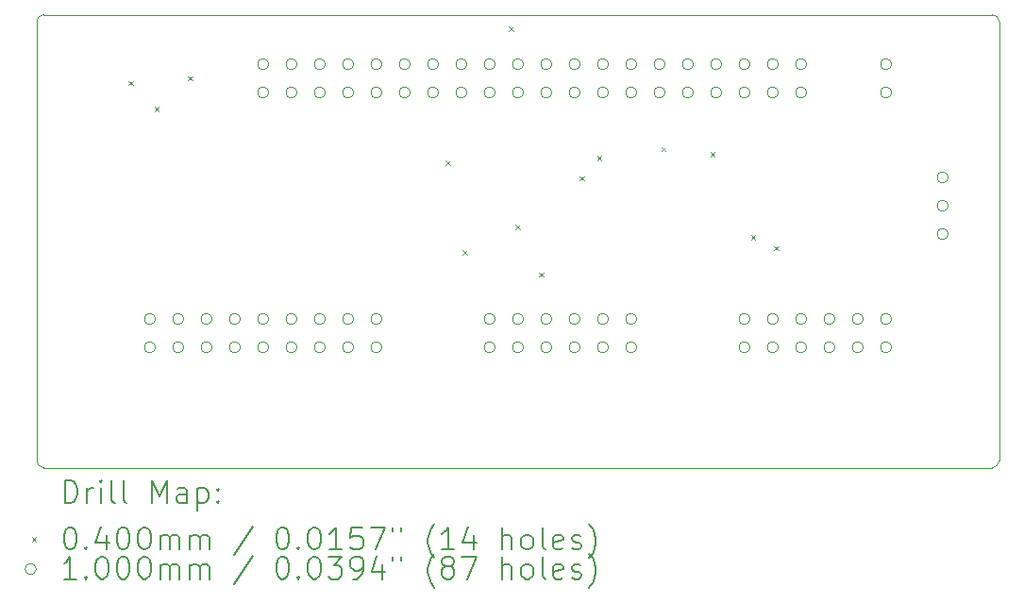
<source format=gbr>
%TF.GenerationSoftware,KiCad,Pcbnew,6.0.9-8da3e8f707~116~ubuntu20.04.1*%
%TF.CreationDate,2023-03-05T21:16:27+01:00*%
%TF.ProjectId,pi4_pmod,7069345f-706d-46f6-942e-6b696361645f,rev?*%
%TF.SameCoordinates,Original*%
%TF.FileFunction,Drillmap*%
%TF.FilePolarity,Positive*%
%FSLAX45Y45*%
G04 Gerber Fmt 4.5, Leading zero omitted, Abs format (unit mm)*
G04 Created by KiCad (PCBNEW 6.0.9-8da3e8f707~116~ubuntu20.04.1) date 2023-03-05 21:16:27*
%MOMM*%
%LPD*%
G01*
G04 APERTURE LIST*
%ADD10C,0.100000*%
%ADD11C,0.200000*%
%ADD12C,0.040000*%
G04 APERTURE END LIST*
D10*
X18288000Y-4191000D02*
G75*
G03*
X18224500Y-4127500I-63500J0D01*
G01*
X9715500Y-4127500D02*
G75*
G03*
X9652000Y-4191000I0J-63500D01*
G01*
X9715500Y-8191500D02*
X18224500Y-8191500D01*
X9652000Y-8128000D02*
G75*
G03*
X9715500Y-8191500I63500J0D01*
G01*
X18224500Y-8191500D02*
G75*
G03*
X18288000Y-8128000I0J63500D01*
G01*
X18288000Y-8128000D02*
X18288000Y-4191000D01*
X18224500Y-4127500D02*
X9715500Y-4127500D01*
X9652000Y-8128000D02*
X9652000Y-4191000D01*
D11*
D12*
X10472920Y-4720890D02*
X10512920Y-4760890D01*
X10512920Y-4720890D02*
X10472920Y-4760890D01*
X10708860Y-4952240D02*
X10748860Y-4992240D01*
X10748860Y-4952240D02*
X10708860Y-4992240D01*
X11010240Y-4679000D02*
X11050240Y-4719000D01*
X11050240Y-4679000D02*
X11010240Y-4719000D01*
X13322850Y-5435690D02*
X13362850Y-5475690D01*
X13362850Y-5435690D02*
X13322850Y-5475690D01*
X13470920Y-6239420D02*
X13510920Y-6279420D01*
X13510920Y-6239420D02*
X13470920Y-6279420D01*
X13886500Y-4234500D02*
X13926500Y-4274500D01*
X13926500Y-4234500D02*
X13886500Y-4274500D01*
X13950000Y-6012500D02*
X13990000Y-6052500D01*
X13990000Y-6012500D02*
X13950000Y-6052500D01*
X14158870Y-6440210D02*
X14198870Y-6480210D01*
X14198870Y-6440210D02*
X14158870Y-6480210D01*
X14523770Y-5575650D02*
X14563770Y-5615650D01*
X14563770Y-5575650D02*
X14523770Y-5615650D01*
X14680260Y-5393820D02*
X14720260Y-5433820D01*
X14720260Y-5393820D02*
X14680260Y-5433820D01*
X15254480Y-5313190D02*
X15294480Y-5353190D01*
X15294480Y-5313190D02*
X15254480Y-5353190D01*
X15694840Y-5361360D02*
X15734840Y-5401360D01*
X15734840Y-5361360D02*
X15694840Y-5401360D01*
X16060560Y-6104960D02*
X16100560Y-6144960D01*
X16100560Y-6104960D02*
X16060560Y-6144960D01*
X16264540Y-6201920D02*
X16304540Y-6241920D01*
X16304540Y-6201920D02*
X16264540Y-6241920D01*
D10*
X10718000Y-6858000D02*
G75*
G03*
X10718000Y-6858000I-50000J0D01*
G01*
X10718000Y-7112000D02*
G75*
G03*
X10718000Y-7112000I-50000J0D01*
G01*
X10972000Y-6858000D02*
G75*
G03*
X10972000Y-6858000I-50000J0D01*
G01*
X10972000Y-7112000D02*
G75*
G03*
X10972000Y-7112000I-50000J0D01*
G01*
X11226000Y-6858000D02*
G75*
G03*
X11226000Y-6858000I-50000J0D01*
G01*
X11226000Y-7112000D02*
G75*
G03*
X11226000Y-7112000I-50000J0D01*
G01*
X11480000Y-6858000D02*
G75*
G03*
X11480000Y-6858000I-50000J0D01*
G01*
X11480000Y-7112000D02*
G75*
G03*
X11480000Y-7112000I-50000J0D01*
G01*
X11734000Y-4572000D02*
G75*
G03*
X11734000Y-4572000I-50000J0D01*
G01*
X11734000Y-4826000D02*
G75*
G03*
X11734000Y-4826000I-50000J0D01*
G01*
X11734000Y-6858000D02*
G75*
G03*
X11734000Y-6858000I-50000J0D01*
G01*
X11734000Y-7112000D02*
G75*
G03*
X11734000Y-7112000I-50000J0D01*
G01*
X11988000Y-4572000D02*
G75*
G03*
X11988000Y-4572000I-50000J0D01*
G01*
X11988000Y-4826000D02*
G75*
G03*
X11988000Y-4826000I-50000J0D01*
G01*
X11988000Y-6858000D02*
G75*
G03*
X11988000Y-6858000I-50000J0D01*
G01*
X11988000Y-7112000D02*
G75*
G03*
X11988000Y-7112000I-50000J0D01*
G01*
X12242000Y-4572000D02*
G75*
G03*
X12242000Y-4572000I-50000J0D01*
G01*
X12242000Y-4826000D02*
G75*
G03*
X12242000Y-4826000I-50000J0D01*
G01*
X12242000Y-6858000D02*
G75*
G03*
X12242000Y-6858000I-50000J0D01*
G01*
X12242000Y-7112000D02*
G75*
G03*
X12242000Y-7112000I-50000J0D01*
G01*
X12496000Y-4572000D02*
G75*
G03*
X12496000Y-4572000I-50000J0D01*
G01*
X12496000Y-4826000D02*
G75*
G03*
X12496000Y-4826000I-50000J0D01*
G01*
X12496000Y-6858000D02*
G75*
G03*
X12496000Y-6858000I-50000J0D01*
G01*
X12496000Y-7112000D02*
G75*
G03*
X12496000Y-7112000I-50000J0D01*
G01*
X12750000Y-4572000D02*
G75*
G03*
X12750000Y-4572000I-50000J0D01*
G01*
X12750000Y-4826000D02*
G75*
G03*
X12750000Y-4826000I-50000J0D01*
G01*
X12750000Y-6858000D02*
G75*
G03*
X12750000Y-6858000I-50000J0D01*
G01*
X12750000Y-7112000D02*
G75*
G03*
X12750000Y-7112000I-50000J0D01*
G01*
X13004000Y-4572000D02*
G75*
G03*
X13004000Y-4572000I-50000J0D01*
G01*
X13004000Y-4826000D02*
G75*
G03*
X13004000Y-4826000I-50000J0D01*
G01*
X13258000Y-4572000D02*
G75*
G03*
X13258000Y-4572000I-50000J0D01*
G01*
X13258000Y-4826000D02*
G75*
G03*
X13258000Y-4826000I-50000J0D01*
G01*
X13512000Y-4572000D02*
G75*
G03*
X13512000Y-4572000I-50000J0D01*
G01*
X13512000Y-4826000D02*
G75*
G03*
X13512000Y-4826000I-50000J0D01*
G01*
X13766000Y-4572000D02*
G75*
G03*
X13766000Y-4572000I-50000J0D01*
G01*
X13766000Y-4826000D02*
G75*
G03*
X13766000Y-4826000I-50000J0D01*
G01*
X13766000Y-6858000D02*
G75*
G03*
X13766000Y-6858000I-50000J0D01*
G01*
X13766000Y-7112000D02*
G75*
G03*
X13766000Y-7112000I-50000J0D01*
G01*
X14020000Y-4572000D02*
G75*
G03*
X14020000Y-4572000I-50000J0D01*
G01*
X14020000Y-4826000D02*
G75*
G03*
X14020000Y-4826000I-50000J0D01*
G01*
X14020000Y-6858000D02*
G75*
G03*
X14020000Y-6858000I-50000J0D01*
G01*
X14020000Y-7112000D02*
G75*
G03*
X14020000Y-7112000I-50000J0D01*
G01*
X14274000Y-4572000D02*
G75*
G03*
X14274000Y-4572000I-50000J0D01*
G01*
X14274000Y-4826000D02*
G75*
G03*
X14274000Y-4826000I-50000J0D01*
G01*
X14274000Y-6858000D02*
G75*
G03*
X14274000Y-6858000I-50000J0D01*
G01*
X14274000Y-7112000D02*
G75*
G03*
X14274000Y-7112000I-50000J0D01*
G01*
X14528000Y-4572000D02*
G75*
G03*
X14528000Y-4572000I-50000J0D01*
G01*
X14528000Y-4826000D02*
G75*
G03*
X14528000Y-4826000I-50000J0D01*
G01*
X14528000Y-6858000D02*
G75*
G03*
X14528000Y-6858000I-50000J0D01*
G01*
X14528000Y-7112000D02*
G75*
G03*
X14528000Y-7112000I-50000J0D01*
G01*
X14782000Y-4572000D02*
G75*
G03*
X14782000Y-4572000I-50000J0D01*
G01*
X14782000Y-4826000D02*
G75*
G03*
X14782000Y-4826000I-50000J0D01*
G01*
X14782000Y-6858000D02*
G75*
G03*
X14782000Y-6858000I-50000J0D01*
G01*
X14782000Y-7112000D02*
G75*
G03*
X14782000Y-7112000I-50000J0D01*
G01*
X15036000Y-4572000D02*
G75*
G03*
X15036000Y-4572000I-50000J0D01*
G01*
X15036000Y-4826000D02*
G75*
G03*
X15036000Y-4826000I-50000J0D01*
G01*
X15036000Y-6858000D02*
G75*
G03*
X15036000Y-6858000I-50000J0D01*
G01*
X15036000Y-7112000D02*
G75*
G03*
X15036000Y-7112000I-50000J0D01*
G01*
X15290000Y-4572000D02*
G75*
G03*
X15290000Y-4572000I-50000J0D01*
G01*
X15290000Y-4826000D02*
G75*
G03*
X15290000Y-4826000I-50000J0D01*
G01*
X15544000Y-4572000D02*
G75*
G03*
X15544000Y-4572000I-50000J0D01*
G01*
X15544000Y-4826000D02*
G75*
G03*
X15544000Y-4826000I-50000J0D01*
G01*
X15798000Y-4572000D02*
G75*
G03*
X15798000Y-4572000I-50000J0D01*
G01*
X15798000Y-4826000D02*
G75*
G03*
X15798000Y-4826000I-50000J0D01*
G01*
X16052000Y-4572000D02*
G75*
G03*
X16052000Y-4572000I-50000J0D01*
G01*
X16052000Y-4826000D02*
G75*
G03*
X16052000Y-4826000I-50000J0D01*
G01*
X16052000Y-6858000D02*
G75*
G03*
X16052000Y-6858000I-50000J0D01*
G01*
X16052000Y-7112000D02*
G75*
G03*
X16052000Y-7112000I-50000J0D01*
G01*
X16306000Y-4572000D02*
G75*
G03*
X16306000Y-4572000I-50000J0D01*
G01*
X16306000Y-4826000D02*
G75*
G03*
X16306000Y-4826000I-50000J0D01*
G01*
X16306000Y-6858000D02*
G75*
G03*
X16306000Y-6858000I-50000J0D01*
G01*
X16306000Y-7112000D02*
G75*
G03*
X16306000Y-7112000I-50000J0D01*
G01*
X16560000Y-4572000D02*
G75*
G03*
X16560000Y-4572000I-50000J0D01*
G01*
X16560000Y-4826000D02*
G75*
G03*
X16560000Y-4826000I-50000J0D01*
G01*
X16560000Y-6858000D02*
G75*
G03*
X16560000Y-6858000I-50000J0D01*
G01*
X16560000Y-7112000D02*
G75*
G03*
X16560000Y-7112000I-50000J0D01*
G01*
X16814000Y-6858000D02*
G75*
G03*
X16814000Y-6858000I-50000J0D01*
G01*
X16814000Y-7112000D02*
G75*
G03*
X16814000Y-7112000I-50000J0D01*
G01*
X17068000Y-6858000D02*
G75*
G03*
X17068000Y-6858000I-50000J0D01*
G01*
X17068000Y-7112000D02*
G75*
G03*
X17068000Y-7112000I-50000J0D01*
G01*
X17322000Y-4572000D02*
G75*
G03*
X17322000Y-4572000I-50000J0D01*
G01*
X17322000Y-4826000D02*
G75*
G03*
X17322000Y-4826000I-50000J0D01*
G01*
X17322000Y-6858000D02*
G75*
G03*
X17322000Y-6858000I-50000J0D01*
G01*
X17322000Y-7112000D02*
G75*
G03*
X17322000Y-7112000I-50000J0D01*
G01*
X17830000Y-5588000D02*
G75*
G03*
X17830000Y-5588000I-50000J0D01*
G01*
X17830000Y-5842000D02*
G75*
G03*
X17830000Y-5842000I-50000J0D01*
G01*
X17830000Y-6096000D02*
G75*
G03*
X17830000Y-6096000I-50000J0D01*
G01*
D11*
X9904619Y-8506976D02*
X9904619Y-8306976D01*
X9952238Y-8306976D01*
X9980810Y-8316500D01*
X9999857Y-8335548D01*
X10009381Y-8354595D01*
X10018905Y-8392690D01*
X10018905Y-8421262D01*
X10009381Y-8459357D01*
X9999857Y-8478405D01*
X9980810Y-8497452D01*
X9952238Y-8506976D01*
X9904619Y-8506976D01*
X10104619Y-8506976D02*
X10104619Y-8373643D01*
X10104619Y-8411738D02*
X10114143Y-8392690D01*
X10123667Y-8383167D01*
X10142714Y-8373643D01*
X10161762Y-8373643D01*
X10228429Y-8506976D02*
X10228429Y-8373643D01*
X10228429Y-8306976D02*
X10218905Y-8316500D01*
X10228429Y-8326024D01*
X10237952Y-8316500D01*
X10228429Y-8306976D01*
X10228429Y-8326024D01*
X10352238Y-8506976D02*
X10333190Y-8497452D01*
X10323667Y-8478405D01*
X10323667Y-8306976D01*
X10457000Y-8506976D02*
X10437952Y-8497452D01*
X10428429Y-8478405D01*
X10428429Y-8306976D01*
X10685571Y-8506976D02*
X10685571Y-8306976D01*
X10752238Y-8449833D01*
X10818905Y-8306976D01*
X10818905Y-8506976D01*
X10999857Y-8506976D02*
X10999857Y-8402214D01*
X10990333Y-8383167D01*
X10971286Y-8373643D01*
X10933190Y-8373643D01*
X10914143Y-8383167D01*
X10999857Y-8497452D02*
X10980810Y-8506976D01*
X10933190Y-8506976D01*
X10914143Y-8497452D01*
X10904619Y-8478405D01*
X10904619Y-8459357D01*
X10914143Y-8440310D01*
X10933190Y-8430786D01*
X10980810Y-8430786D01*
X10999857Y-8421262D01*
X11095095Y-8373643D02*
X11095095Y-8573643D01*
X11095095Y-8383167D02*
X11114143Y-8373643D01*
X11152238Y-8373643D01*
X11171286Y-8383167D01*
X11180810Y-8392690D01*
X11190333Y-8411738D01*
X11190333Y-8468881D01*
X11180810Y-8487929D01*
X11171286Y-8497452D01*
X11152238Y-8506976D01*
X11114143Y-8506976D01*
X11095095Y-8497452D01*
X11276048Y-8487929D02*
X11285571Y-8497452D01*
X11276048Y-8506976D01*
X11266524Y-8497452D01*
X11276048Y-8487929D01*
X11276048Y-8506976D01*
X11276048Y-8383167D02*
X11285571Y-8392690D01*
X11276048Y-8402214D01*
X11266524Y-8392690D01*
X11276048Y-8383167D01*
X11276048Y-8402214D01*
D12*
X9607000Y-8816500D02*
X9647000Y-8856500D01*
X9647000Y-8816500D02*
X9607000Y-8856500D01*
D11*
X9942714Y-8726976D02*
X9961762Y-8726976D01*
X9980810Y-8736500D01*
X9990333Y-8746024D01*
X9999857Y-8765071D01*
X10009381Y-8803167D01*
X10009381Y-8850786D01*
X9999857Y-8888881D01*
X9990333Y-8907929D01*
X9980810Y-8917452D01*
X9961762Y-8926976D01*
X9942714Y-8926976D01*
X9923667Y-8917452D01*
X9914143Y-8907929D01*
X9904619Y-8888881D01*
X9895095Y-8850786D01*
X9895095Y-8803167D01*
X9904619Y-8765071D01*
X9914143Y-8746024D01*
X9923667Y-8736500D01*
X9942714Y-8726976D01*
X10095095Y-8907929D02*
X10104619Y-8917452D01*
X10095095Y-8926976D01*
X10085571Y-8917452D01*
X10095095Y-8907929D01*
X10095095Y-8926976D01*
X10276048Y-8793643D02*
X10276048Y-8926976D01*
X10228429Y-8717452D02*
X10180810Y-8860310D01*
X10304619Y-8860310D01*
X10418905Y-8726976D02*
X10437952Y-8726976D01*
X10457000Y-8736500D01*
X10466524Y-8746024D01*
X10476048Y-8765071D01*
X10485571Y-8803167D01*
X10485571Y-8850786D01*
X10476048Y-8888881D01*
X10466524Y-8907929D01*
X10457000Y-8917452D01*
X10437952Y-8926976D01*
X10418905Y-8926976D01*
X10399857Y-8917452D01*
X10390333Y-8907929D01*
X10380810Y-8888881D01*
X10371286Y-8850786D01*
X10371286Y-8803167D01*
X10380810Y-8765071D01*
X10390333Y-8746024D01*
X10399857Y-8736500D01*
X10418905Y-8726976D01*
X10609381Y-8726976D02*
X10628429Y-8726976D01*
X10647476Y-8736500D01*
X10657000Y-8746024D01*
X10666524Y-8765071D01*
X10676048Y-8803167D01*
X10676048Y-8850786D01*
X10666524Y-8888881D01*
X10657000Y-8907929D01*
X10647476Y-8917452D01*
X10628429Y-8926976D01*
X10609381Y-8926976D01*
X10590333Y-8917452D01*
X10580810Y-8907929D01*
X10571286Y-8888881D01*
X10561762Y-8850786D01*
X10561762Y-8803167D01*
X10571286Y-8765071D01*
X10580810Y-8746024D01*
X10590333Y-8736500D01*
X10609381Y-8726976D01*
X10761762Y-8926976D02*
X10761762Y-8793643D01*
X10761762Y-8812690D02*
X10771286Y-8803167D01*
X10790333Y-8793643D01*
X10818905Y-8793643D01*
X10837952Y-8803167D01*
X10847476Y-8822214D01*
X10847476Y-8926976D01*
X10847476Y-8822214D02*
X10857000Y-8803167D01*
X10876048Y-8793643D01*
X10904619Y-8793643D01*
X10923667Y-8803167D01*
X10933190Y-8822214D01*
X10933190Y-8926976D01*
X11028429Y-8926976D02*
X11028429Y-8793643D01*
X11028429Y-8812690D02*
X11037952Y-8803167D01*
X11057000Y-8793643D01*
X11085571Y-8793643D01*
X11104619Y-8803167D01*
X11114143Y-8822214D01*
X11114143Y-8926976D01*
X11114143Y-8822214D02*
X11123667Y-8803167D01*
X11142714Y-8793643D01*
X11171286Y-8793643D01*
X11190333Y-8803167D01*
X11199857Y-8822214D01*
X11199857Y-8926976D01*
X11590333Y-8717452D02*
X11418905Y-8974595D01*
X11847476Y-8726976D02*
X11866524Y-8726976D01*
X11885571Y-8736500D01*
X11895095Y-8746024D01*
X11904619Y-8765071D01*
X11914143Y-8803167D01*
X11914143Y-8850786D01*
X11904619Y-8888881D01*
X11895095Y-8907929D01*
X11885571Y-8917452D01*
X11866524Y-8926976D01*
X11847476Y-8926976D01*
X11828428Y-8917452D01*
X11818905Y-8907929D01*
X11809381Y-8888881D01*
X11799857Y-8850786D01*
X11799857Y-8803167D01*
X11809381Y-8765071D01*
X11818905Y-8746024D01*
X11828428Y-8736500D01*
X11847476Y-8726976D01*
X11999857Y-8907929D02*
X12009381Y-8917452D01*
X11999857Y-8926976D01*
X11990333Y-8917452D01*
X11999857Y-8907929D01*
X11999857Y-8926976D01*
X12133190Y-8726976D02*
X12152238Y-8726976D01*
X12171286Y-8736500D01*
X12180809Y-8746024D01*
X12190333Y-8765071D01*
X12199857Y-8803167D01*
X12199857Y-8850786D01*
X12190333Y-8888881D01*
X12180809Y-8907929D01*
X12171286Y-8917452D01*
X12152238Y-8926976D01*
X12133190Y-8926976D01*
X12114143Y-8917452D01*
X12104619Y-8907929D01*
X12095095Y-8888881D01*
X12085571Y-8850786D01*
X12085571Y-8803167D01*
X12095095Y-8765071D01*
X12104619Y-8746024D01*
X12114143Y-8736500D01*
X12133190Y-8726976D01*
X12390333Y-8926976D02*
X12276048Y-8926976D01*
X12333190Y-8926976D02*
X12333190Y-8726976D01*
X12314143Y-8755548D01*
X12295095Y-8774595D01*
X12276048Y-8784119D01*
X12571286Y-8726976D02*
X12476048Y-8726976D01*
X12466524Y-8822214D01*
X12476048Y-8812690D01*
X12495095Y-8803167D01*
X12542714Y-8803167D01*
X12561762Y-8812690D01*
X12571286Y-8822214D01*
X12580809Y-8841262D01*
X12580809Y-8888881D01*
X12571286Y-8907929D01*
X12561762Y-8917452D01*
X12542714Y-8926976D01*
X12495095Y-8926976D01*
X12476048Y-8917452D01*
X12466524Y-8907929D01*
X12647476Y-8726976D02*
X12780809Y-8726976D01*
X12695095Y-8926976D01*
X12847476Y-8726976D02*
X12847476Y-8765071D01*
X12923667Y-8726976D02*
X12923667Y-8765071D01*
X13218905Y-9003167D02*
X13209381Y-8993643D01*
X13190333Y-8965071D01*
X13180809Y-8946024D01*
X13171286Y-8917452D01*
X13161762Y-8869833D01*
X13161762Y-8831738D01*
X13171286Y-8784119D01*
X13180809Y-8755548D01*
X13190333Y-8736500D01*
X13209381Y-8707929D01*
X13218905Y-8698405D01*
X13399857Y-8926976D02*
X13285571Y-8926976D01*
X13342714Y-8926976D02*
X13342714Y-8726976D01*
X13323667Y-8755548D01*
X13304619Y-8774595D01*
X13285571Y-8784119D01*
X13571286Y-8793643D02*
X13571286Y-8926976D01*
X13523667Y-8717452D02*
X13476048Y-8860310D01*
X13599857Y-8860310D01*
X13828428Y-8926976D02*
X13828428Y-8726976D01*
X13914143Y-8926976D02*
X13914143Y-8822214D01*
X13904619Y-8803167D01*
X13885571Y-8793643D01*
X13857000Y-8793643D01*
X13837952Y-8803167D01*
X13828428Y-8812690D01*
X14037952Y-8926976D02*
X14018905Y-8917452D01*
X14009381Y-8907929D01*
X13999857Y-8888881D01*
X13999857Y-8831738D01*
X14009381Y-8812690D01*
X14018905Y-8803167D01*
X14037952Y-8793643D01*
X14066524Y-8793643D01*
X14085571Y-8803167D01*
X14095095Y-8812690D01*
X14104619Y-8831738D01*
X14104619Y-8888881D01*
X14095095Y-8907929D01*
X14085571Y-8917452D01*
X14066524Y-8926976D01*
X14037952Y-8926976D01*
X14218905Y-8926976D02*
X14199857Y-8917452D01*
X14190333Y-8898405D01*
X14190333Y-8726976D01*
X14371286Y-8917452D02*
X14352238Y-8926976D01*
X14314143Y-8926976D01*
X14295095Y-8917452D01*
X14285571Y-8898405D01*
X14285571Y-8822214D01*
X14295095Y-8803167D01*
X14314143Y-8793643D01*
X14352238Y-8793643D01*
X14371286Y-8803167D01*
X14380809Y-8822214D01*
X14380809Y-8841262D01*
X14285571Y-8860310D01*
X14457000Y-8917452D02*
X14476048Y-8926976D01*
X14514143Y-8926976D01*
X14533190Y-8917452D01*
X14542714Y-8898405D01*
X14542714Y-8888881D01*
X14533190Y-8869833D01*
X14514143Y-8860310D01*
X14485571Y-8860310D01*
X14466524Y-8850786D01*
X14457000Y-8831738D01*
X14457000Y-8822214D01*
X14466524Y-8803167D01*
X14485571Y-8793643D01*
X14514143Y-8793643D01*
X14533190Y-8803167D01*
X14609381Y-9003167D02*
X14618905Y-8993643D01*
X14637952Y-8965071D01*
X14647476Y-8946024D01*
X14657000Y-8917452D01*
X14666524Y-8869833D01*
X14666524Y-8831738D01*
X14657000Y-8784119D01*
X14647476Y-8755548D01*
X14637952Y-8736500D01*
X14618905Y-8707929D01*
X14609381Y-8698405D01*
D10*
X9647000Y-9100500D02*
G75*
G03*
X9647000Y-9100500I-50000J0D01*
G01*
D11*
X10009381Y-9190976D02*
X9895095Y-9190976D01*
X9952238Y-9190976D02*
X9952238Y-8990976D01*
X9933190Y-9019548D01*
X9914143Y-9038595D01*
X9895095Y-9048119D01*
X10095095Y-9171929D02*
X10104619Y-9181452D01*
X10095095Y-9190976D01*
X10085571Y-9181452D01*
X10095095Y-9171929D01*
X10095095Y-9190976D01*
X10228429Y-8990976D02*
X10247476Y-8990976D01*
X10266524Y-9000500D01*
X10276048Y-9010024D01*
X10285571Y-9029071D01*
X10295095Y-9067167D01*
X10295095Y-9114786D01*
X10285571Y-9152881D01*
X10276048Y-9171929D01*
X10266524Y-9181452D01*
X10247476Y-9190976D01*
X10228429Y-9190976D01*
X10209381Y-9181452D01*
X10199857Y-9171929D01*
X10190333Y-9152881D01*
X10180810Y-9114786D01*
X10180810Y-9067167D01*
X10190333Y-9029071D01*
X10199857Y-9010024D01*
X10209381Y-9000500D01*
X10228429Y-8990976D01*
X10418905Y-8990976D02*
X10437952Y-8990976D01*
X10457000Y-9000500D01*
X10466524Y-9010024D01*
X10476048Y-9029071D01*
X10485571Y-9067167D01*
X10485571Y-9114786D01*
X10476048Y-9152881D01*
X10466524Y-9171929D01*
X10457000Y-9181452D01*
X10437952Y-9190976D01*
X10418905Y-9190976D01*
X10399857Y-9181452D01*
X10390333Y-9171929D01*
X10380810Y-9152881D01*
X10371286Y-9114786D01*
X10371286Y-9067167D01*
X10380810Y-9029071D01*
X10390333Y-9010024D01*
X10399857Y-9000500D01*
X10418905Y-8990976D01*
X10609381Y-8990976D02*
X10628429Y-8990976D01*
X10647476Y-9000500D01*
X10657000Y-9010024D01*
X10666524Y-9029071D01*
X10676048Y-9067167D01*
X10676048Y-9114786D01*
X10666524Y-9152881D01*
X10657000Y-9171929D01*
X10647476Y-9181452D01*
X10628429Y-9190976D01*
X10609381Y-9190976D01*
X10590333Y-9181452D01*
X10580810Y-9171929D01*
X10571286Y-9152881D01*
X10561762Y-9114786D01*
X10561762Y-9067167D01*
X10571286Y-9029071D01*
X10580810Y-9010024D01*
X10590333Y-9000500D01*
X10609381Y-8990976D01*
X10761762Y-9190976D02*
X10761762Y-9057643D01*
X10761762Y-9076690D02*
X10771286Y-9067167D01*
X10790333Y-9057643D01*
X10818905Y-9057643D01*
X10837952Y-9067167D01*
X10847476Y-9086214D01*
X10847476Y-9190976D01*
X10847476Y-9086214D02*
X10857000Y-9067167D01*
X10876048Y-9057643D01*
X10904619Y-9057643D01*
X10923667Y-9067167D01*
X10933190Y-9086214D01*
X10933190Y-9190976D01*
X11028429Y-9190976D02*
X11028429Y-9057643D01*
X11028429Y-9076690D02*
X11037952Y-9067167D01*
X11057000Y-9057643D01*
X11085571Y-9057643D01*
X11104619Y-9067167D01*
X11114143Y-9086214D01*
X11114143Y-9190976D01*
X11114143Y-9086214D02*
X11123667Y-9067167D01*
X11142714Y-9057643D01*
X11171286Y-9057643D01*
X11190333Y-9067167D01*
X11199857Y-9086214D01*
X11199857Y-9190976D01*
X11590333Y-8981452D02*
X11418905Y-9238595D01*
X11847476Y-8990976D02*
X11866524Y-8990976D01*
X11885571Y-9000500D01*
X11895095Y-9010024D01*
X11904619Y-9029071D01*
X11914143Y-9067167D01*
X11914143Y-9114786D01*
X11904619Y-9152881D01*
X11895095Y-9171929D01*
X11885571Y-9181452D01*
X11866524Y-9190976D01*
X11847476Y-9190976D01*
X11828428Y-9181452D01*
X11818905Y-9171929D01*
X11809381Y-9152881D01*
X11799857Y-9114786D01*
X11799857Y-9067167D01*
X11809381Y-9029071D01*
X11818905Y-9010024D01*
X11828428Y-9000500D01*
X11847476Y-8990976D01*
X11999857Y-9171929D02*
X12009381Y-9181452D01*
X11999857Y-9190976D01*
X11990333Y-9181452D01*
X11999857Y-9171929D01*
X11999857Y-9190976D01*
X12133190Y-8990976D02*
X12152238Y-8990976D01*
X12171286Y-9000500D01*
X12180809Y-9010024D01*
X12190333Y-9029071D01*
X12199857Y-9067167D01*
X12199857Y-9114786D01*
X12190333Y-9152881D01*
X12180809Y-9171929D01*
X12171286Y-9181452D01*
X12152238Y-9190976D01*
X12133190Y-9190976D01*
X12114143Y-9181452D01*
X12104619Y-9171929D01*
X12095095Y-9152881D01*
X12085571Y-9114786D01*
X12085571Y-9067167D01*
X12095095Y-9029071D01*
X12104619Y-9010024D01*
X12114143Y-9000500D01*
X12133190Y-8990976D01*
X12266524Y-8990976D02*
X12390333Y-8990976D01*
X12323667Y-9067167D01*
X12352238Y-9067167D01*
X12371286Y-9076690D01*
X12380809Y-9086214D01*
X12390333Y-9105262D01*
X12390333Y-9152881D01*
X12380809Y-9171929D01*
X12371286Y-9181452D01*
X12352238Y-9190976D01*
X12295095Y-9190976D01*
X12276048Y-9181452D01*
X12266524Y-9171929D01*
X12485571Y-9190976D02*
X12523667Y-9190976D01*
X12542714Y-9181452D01*
X12552238Y-9171929D01*
X12571286Y-9143357D01*
X12580809Y-9105262D01*
X12580809Y-9029071D01*
X12571286Y-9010024D01*
X12561762Y-9000500D01*
X12542714Y-8990976D01*
X12504619Y-8990976D01*
X12485571Y-9000500D01*
X12476048Y-9010024D01*
X12466524Y-9029071D01*
X12466524Y-9076690D01*
X12476048Y-9095738D01*
X12485571Y-9105262D01*
X12504619Y-9114786D01*
X12542714Y-9114786D01*
X12561762Y-9105262D01*
X12571286Y-9095738D01*
X12580809Y-9076690D01*
X12752238Y-9057643D02*
X12752238Y-9190976D01*
X12704619Y-8981452D02*
X12657000Y-9124310D01*
X12780809Y-9124310D01*
X12847476Y-8990976D02*
X12847476Y-9029071D01*
X12923667Y-8990976D02*
X12923667Y-9029071D01*
X13218905Y-9267167D02*
X13209381Y-9257643D01*
X13190333Y-9229071D01*
X13180809Y-9210024D01*
X13171286Y-9181452D01*
X13161762Y-9133833D01*
X13161762Y-9095738D01*
X13171286Y-9048119D01*
X13180809Y-9019548D01*
X13190333Y-9000500D01*
X13209381Y-8971929D01*
X13218905Y-8962405D01*
X13323667Y-9076690D02*
X13304619Y-9067167D01*
X13295095Y-9057643D01*
X13285571Y-9038595D01*
X13285571Y-9029071D01*
X13295095Y-9010024D01*
X13304619Y-9000500D01*
X13323667Y-8990976D01*
X13361762Y-8990976D01*
X13380809Y-9000500D01*
X13390333Y-9010024D01*
X13399857Y-9029071D01*
X13399857Y-9038595D01*
X13390333Y-9057643D01*
X13380809Y-9067167D01*
X13361762Y-9076690D01*
X13323667Y-9076690D01*
X13304619Y-9086214D01*
X13295095Y-9095738D01*
X13285571Y-9114786D01*
X13285571Y-9152881D01*
X13295095Y-9171929D01*
X13304619Y-9181452D01*
X13323667Y-9190976D01*
X13361762Y-9190976D01*
X13380809Y-9181452D01*
X13390333Y-9171929D01*
X13399857Y-9152881D01*
X13399857Y-9114786D01*
X13390333Y-9095738D01*
X13380809Y-9086214D01*
X13361762Y-9076690D01*
X13466524Y-8990976D02*
X13599857Y-8990976D01*
X13514143Y-9190976D01*
X13828428Y-9190976D02*
X13828428Y-8990976D01*
X13914143Y-9190976D02*
X13914143Y-9086214D01*
X13904619Y-9067167D01*
X13885571Y-9057643D01*
X13857000Y-9057643D01*
X13837952Y-9067167D01*
X13828428Y-9076690D01*
X14037952Y-9190976D02*
X14018905Y-9181452D01*
X14009381Y-9171929D01*
X13999857Y-9152881D01*
X13999857Y-9095738D01*
X14009381Y-9076690D01*
X14018905Y-9067167D01*
X14037952Y-9057643D01*
X14066524Y-9057643D01*
X14085571Y-9067167D01*
X14095095Y-9076690D01*
X14104619Y-9095738D01*
X14104619Y-9152881D01*
X14095095Y-9171929D01*
X14085571Y-9181452D01*
X14066524Y-9190976D01*
X14037952Y-9190976D01*
X14218905Y-9190976D02*
X14199857Y-9181452D01*
X14190333Y-9162405D01*
X14190333Y-8990976D01*
X14371286Y-9181452D02*
X14352238Y-9190976D01*
X14314143Y-9190976D01*
X14295095Y-9181452D01*
X14285571Y-9162405D01*
X14285571Y-9086214D01*
X14295095Y-9067167D01*
X14314143Y-9057643D01*
X14352238Y-9057643D01*
X14371286Y-9067167D01*
X14380809Y-9086214D01*
X14380809Y-9105262D01*
X14285571Y-9124310D01*
X14457000Y-9181452D02*
X14476048Y-9190976D01*
X14514143Y-9190976D01*
X14533190Y-9181452D01*
X14542714Y-9162405D01*
X14542714Y-9152881D01*
X14533190Y-9133833D01*
X14514143Y-9124310D01*
X14485571Y-9124310D01*
X14466524Y-9114786D01*
X14457000Y-9095738D01*
X14457000Y-9086214D01*
X14466524Y-9067167D01*
X14485571Y-9057643D01*
X14514143Y-9057643D01*
X14533190Y-9067167D01*
X14609381Y-9267167D02*
X14618905Y-9257643D01*
X14637952Y-9229071D01*
X14647476Y-9210024D01*
X14657000Y-9181452D01*
X14666524Y-9133833D01*
X14666524Y-9095738D01*
X14657000Y-9048119D01*
X14647476Y-9019548D01*
X14637952Y-9000500D01*
X14618905Y-8971929D01*
X14609381Y-8962405D01*
M02*

</source>
